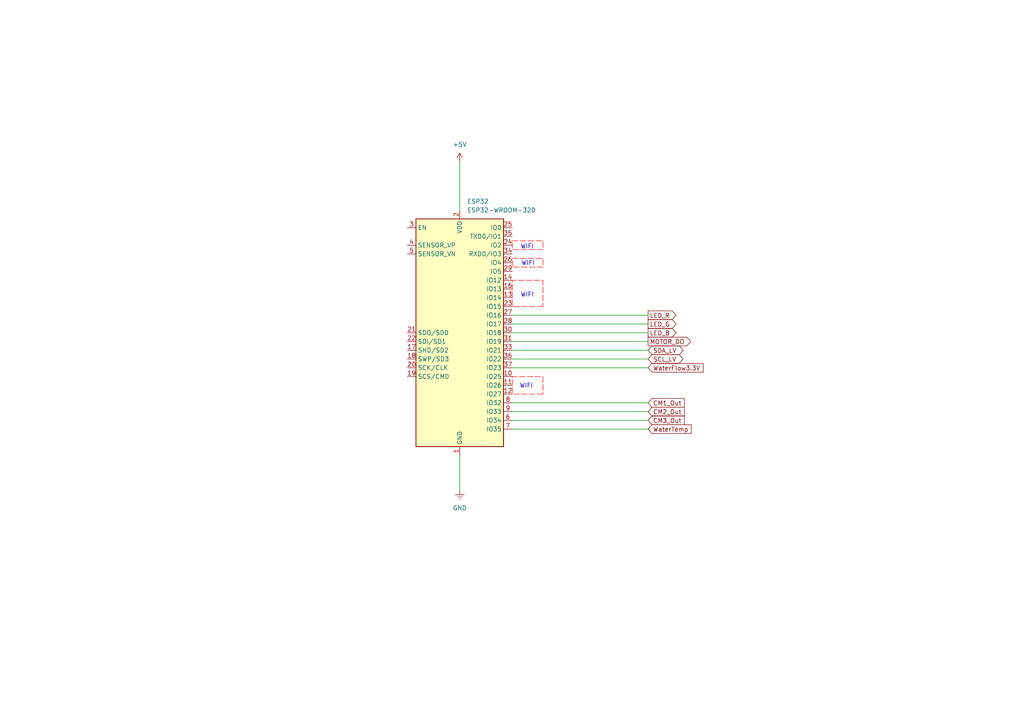
<source format=kicad_sch>
(kicad_sch (version 20250114) (generator "eeschema") (generator_version "9.0")
  (paper "A4")
  (lib_symbols
    (symbol "RF_Module:ESP32-WROOM-32D"
      (property "Reference" "U" (at -12.7 34.29 0))
      (property "Value" "ESP32-WROOM-32D" (at 1.27 34.29 0))
      (symbol "ESP32-WROOM-32D_0_1"
        (rectangle (start -12.7 33.02) (end 12.7 -33.02) (stroke (width 0.254)) (fill (type background)))
      )
      (symbol "ESP32-WROOM-32D_1_1"
        (pin input line (at -15.24 30.48 0) (length 2.54) (name "EN") (number "3"))
        (pin input line (at -15.24 25.4 0) (length 2.54) (name "SENSOR_VP") (number "4"))
        (pin input line (at -15.24 22.86 0) (length 2.54) (name "SENSOR_VN") (number "5"))
        (pin bidirectional line (at -15.24 0 0) (length 2.54) (name "SDO/SD0") (number "21"))
        (pin bidirectional line (at -15.24 -2.54 0) (length 2.54) (name "SDI/SD1") (number "22"))
        (pin bidirectional line (at -15.24 -5.08 0) (length 2.54) (name "SHD/SD2") (number "17"))
        (pin bidirectional line (at -15.24 -7.62 0) (length 2.54) (name "SWP/SD3") (number "18"))
        (pin bidirectional line (at -15.24 -10.16 0) (length 2.54) (name "SCK/CLK") (number "20"))
        (pin bidirectional line (at -15.24 -12.7 0) (length 2.54) (name "SCS/CMD") (number "19"))
        (pin no_connect line (at -12.7 -27.94 0) (length 2.54) (hide yes) (name "NC") (number "32"))
        (pin power_in line (at 0 35.56 270) (length 2.54) (name "VDD") (number "2"))
        (pin power_in line (at 0 -35.56 90) (length 2.54) (name "GND") (number "1"))
        (pin passive line (at 0 -35.56 90) (length 2.54) (hide yes) (name "GND") (number "15"))
        (pin passive line (at 0 -35.56 90) (length 2.54) (hide yes) (name "GND") (number "38"))
        (pin passive line (at 0 -35.56 90) (length 2.54) (hide yes) (name "GND") (number "39"))
        (pin bidirectional line (at 15.24 30.48 180) (length 2.54) (name "IO0") (number "25"))
        (pin bidirectional line (at 15.24 27.94 180) (length 2.54) (name "TXD0/IO1") (number "35"))
        (pin bidirectional line (at 15.24 25.4 180) (length 2.54) (name "IO2") (number "24"))
        (pin bidirectional line (at 15.24 22.86 180) (length 2.54) (name "RXD0/IO3") (number "34"))
        (pin bidirectional line (at 15.24 20.32 180) (length 2.54) (name "IO4") (number "26"))
        (pin bidirectional line (at 15.24 17.78 180) (length 2.54) (name "IO5") (number "29"))
        (pin bidirectional line (at 15.24 15.24 180) (length 2.54) (name "IO12") (number "14"))
        (pin bidirectional line (at 15.24 12.7 180) (length 2.54) (name "IO13") (number "16"))
        (pin bidirectional line (at 15.24 10.16 180) (length 2.54) (name "IO14") (number "13"))
        (pin bidirectional line (at 15.24 7.62 180) (length 2.54) (name "IO15") (number "23"))
        (pin bidirectional line (at 15.24 5.08 180) (length 2.54) (name "IO16") (number "27"))
        (pin bidirectional line (at 15.24 2.54 180) (length 2.54) (name "IO17") (number "28"))
        (pin bidirectional line (at 15.24 0 180) (length 2.54) (name "IO18") (number "30"))
        (pin bidirectional line (at 15.24 -2.54 180) (length 2.54) (name "IO19") (number "31"))
        (pin bidirectional line (at 15.24 -5.08 180) (length 2.54) (name "IO21") (number "33"))
        (pin bidirectional line (at 15.24 -7.62 180) (length 2.54) (name "IO22") (number "36"))
        (pin bidirectional line (at 15.24 -10.16 180) (length 2.54) (name "IO23") (number "37"))
        (pin bidirectional line (at 15.24 -12.7 180) (length 2.54) (name "IO25") (number "10"))
        (pin bidirectional line (at 15.24 -15.24 180) (length 2.54) (name "IO26") (number "11"))
        (pin bidirectional line (at 15.24 -17.78 180) (length 2.54) (name "IO27") (number "12"))
        (pin bidirectional line (at 15.24 -20.32 180) (length 2.54) (name "IO32") (number "8"))
        (pin bidirectional line (at 15.24 -22.86 180) (length 2.54) (name "IO33") (number "9"))
        (pin input line (at 15.24 -25.4 180) (length 2.54) (name "IO34") (number "6"))
        (pin input line (at 15.24 -27.94 180) (length 2.54) (name "IO35") (number "7"))
      )
    )
    (symbol "power:+5V" (power) (pin_numbers (hide yes)) (pin_names (offset 0) (hide yes))
      (property "Value" "+5V" (at 0 3.556 0))
      (symbol "+5V_0_1"
        (polyline (pts (xy -0.762 1.27) (xy 0 2.54)))
        (polyline (pts (xy 0 2.54) (xy 0.762 1.27)))
        (polyline (pts (xy 0 0) (xy 0 2.54)))
      )
      (symbol "+5V_1_1"
        (pin power_in line (at 0 0 90) (length 0) (name "~") (number "1"))
      )
    )
    (symbol "power:GNDREF" (power) (pin_numbers (hide yes)) (pin_names (offset 0) (hide yes))
      (property "Value" "GNDREF" (at 0 -3.81 0))
      (symbol "GNDREF_0_1"
        (polyline (pts (xy -0.635 -1.905) (xy 0.635 -1.905)))
        (polyline (pts (xy -0.127 -2.54) (xy 0.127 -2.54)))
        (polyline (pts (xy 0 -1.27) (xy 0 0)))
        (polyline (pts (xy 1.27 -1.27) (xy -1.27 -1.27)))
      )
      (symbol "GNDREF_1_1"
        (pin power_in line (at 0 0 270) (length 0) (name "~") (number "1"))
      )
    )
  )
  (text "WIFI" (at 152.908 71.628 0) (effects (font (size 1.27 1.27))))
  (text "WIFI" (at 152.908 85.598 0) (effects (font (size 1.27 1.27))))
  (text "WIFI" (at 152.654 112.014 0) (effects (font (size 1.27 1.27))))
  (text "WIFI" (at 153.162 76.454 0) (effects (font (size 1.27 1.27))))
  (wire (pts (xy 148.59 124.46) (xy 187.96 124.46)))
  (wire (pts (xy 187.96 104.14) (xy 148.59 104.14)))
  (wire (pts (xy 187.96 116.84) (xy 148.59 116.84)))
  (wire (pts (xy 148.59 106.68) (xy 187.96 106.68)))
  (wire (pts (xy 148.59 99.06) (xy 187.96 99.06)))
  (wire (pts (xy 133.35 46.99) (xy 133.35 60.96)))
  (wire (pts (xy 133.35 132.08) (xy 133.35 142.24)))
  (wire (pts (xy 148.59 96.52) (xy 187.96 96.52)))
  (wire (pts (xy 187.96 101.6) (xy 148.59 101.6)))
  (wire (pts (xy 148.59 93.98) (xy 187.96 93.98)))
  (wire (pts (xy 187.96 121.92) (xy 148.59 121.92)))
  (wire (pts (xy 148.59 91.44) (xy 187.96 91.44)))
  (wire (pts (xy 187.96 119.38) (xy 148.59 119.38)))
  (global_label "SCL_LV" (shape bidirectional) (at 187.96 104.14 0) (property "Intersheetrefs" "${INTERSHEET_REFS}" (at 198.6484 104.14 0) (effects (justify left))))
  (global_label "WaterFlow3.3V" (shape input) (at 187.96 106.68 0) (property "Intersheetrefs" "${INTERSHEET_REFS}" (at 204.4918 106.68 0) (effects (justify left))))
  (global_label "CM2_Out" (shape input) (at 187.96 119.38 0) (property "Intersheetrefs" "${INTERSHEET_REFS}" (at 199.0489 119.38 0) (effects (justify left))))
  (global_label "MOTOR_DO" (shape output) (at 187.96 99.06 0) (property "Intersheetrefs" "${INTERSHEET_REFS}" (at 200.8633 99.06 0) (effects (justify left))))
  (global_label "WaterTemp" (shape input) (at 187.96 124.46 0) (property "Intersheetrefs" "${INTERSHEET_REFS}" (at 201.0446 124.46 0) (effects (justify left))))
  (global_label "CM3_Out" (shape input) (at 187.96 121.92 0) (property "Intersheetrefs" "${INTERSHEET_REFS}" (at 199.0489 121.92 0) (effects (justify left))))
  (global_label "CM1_Out" (shape input) (at 187.96 116.84 0) (property "Intersheetrefs" "${INTERSHEET_REFS}" (at 199.0489 116.84 0) (effects (justify left))))
  (global_label "SDA_LV" (shape bidirectional) (at 187.96 101.6 0) (property "Intersheetrefs" "${INTERSHEET_REFS}" (at 198.7089 101.6 0) (effects (justify left))))
  (global_label "LED_R" (shape output) (at 187.96 91.44 0) (property "Intersheetrefs" "${INTERSHEET_REFS}" (at 196.6299 91.44 0) (effects (justify left))))
  (global_label "LED_G" (shape output) (at 187.96 93.98 0) (property "Intersheetrefs" "${INTERSHEET_REFS}" (at 196.6299 93.98 0) (effects (justify left))))
  (global_label "LED_B" (shape output) (at 187.96 96.52 0) (property "Intersheetrefs" "${INTERSHEET_REFS}" (at 196.6299 96.52 0) (effects (justify left))))
  (rule_area (polyline (pts (xy 157.48 72.39) (xy 148.59 72.39) (xy 148.59 69.85) (xy 157.48 69.85)) (stroke (width 0) (type dash))))
  (rule_area (polyline (pts (xy 157.48 114.3) (xy 148.59 114.3) (xy 148.59 109.22) (xy 157.48 109.22)) (stroke (width 0) (type dash))))
  (rule_area (polyline (pts (xy 157.48 88.9) (xy 148.59 88.9) (xy 148.59 81.28) (xy 157.48 81.28)) (stroke (width 0) (type dash))))
  (rule_area (polyline (pts (xy 157.48 77.47) (xy 148.59 77.47) (xy 148.59 74.93) (xy 157.48 74.93)) (stroke (width 0) (type dash))))
  (symbol (lib_id "power:GNDREF") (at 133.35 142.24 0) (unit 1)
    (property "Reference" "#PWR07" (effects (hide yes)))
    (property "Value" "GND" (at 133.35 147.32 0))
    (property "Description" "Power symbol creates a global label with name \"GNDREF\" , reference supply ground" (effects (hide yes)))
  )
  (symbol (lib_id "RF_Module:ESP32-WROOM-32D") (at 133.35 96.52 0) (unit 1)
    (property "Reference" "ESP32" (at 135.4933 58.42 0) (effects (justify left)))
    (property "Value" "ESP32-WROOM-32D" (at 135.4933 60.96 0) (effects (justify left)))
    (property "Footprint" "RF_Module:ESP32-WROOM-32D" (effects (hide yes)))
    (property "Datasheet" "https://www.espressif.com/sites/default/files/documentation/esp32-wroom-32d_esp32-wroom-32u_datasheet_en.pdf" (effects (hide yes)))
    (property "Description" "RF Module, ESP32-D0WD SoC, Wi-Fi 802.11b/g/n, Bluetooth, BLE, 32-bit, 2.7-3.6V, onboard antenna, SMD" (effects (hide yes)))
  )
  (symbol (lib_id "power:+5V") (at 133.35 46.99 0) (unit 1)
    (property "Reference" "#PWR016" (effects (hide yes)))
    (property "Value" "+5V" (at 133.35 41.91 0))
    (property "Description" "Power symbol creates a global label with name \"+5V\"" (effects (hide yes)))
  )
)
</source>
